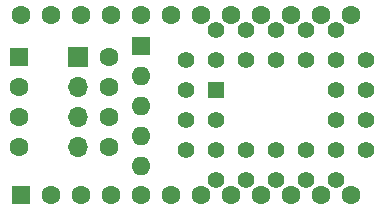
<source format=gbr>
G04 #@! TF.GenerationSoftware,KiCad,Pcbnew,9.0.0*
G04 #@! TF.CreationDate,2025-08-10T20:52:22-04:00*
G04 #@! TF.ProjectId,CBM-2332-MultiROM,43424d2d-3233-4333-922d-4d756c746952,rev?*
G04 #@! TF.SameCoordinates,Original*
G04 #@! TF.FileFunction,Soldermask,Bot*
G04 #@! TF.FilePolarity,Negative*
%FSLAX46Y46*%
G04 Gerber Fmt 4.6, Leading zero omitted, Abs format (unit mm)*
G04 Created by KiCad (PCBNEW 9.0.0) date 2025-08-10 20:52:22*
%MOMM*%
%LPD*%
G01*
G04 APERTURE LIST*
G04 Aperture macros list*
%AMRoundRect*
0 Rectangle with rounded corners*
0 $1 Rounding radius*
0 $2 $3 $4 $5 $6 $7 $8 $9 X,Y pos of 4 corners*
0 Add a 4 corners polygon primitive as box body*
4,1,4,$2,$3,$4,$5,$6,$7,$8,$9,$2,$3,0*
0 Add four circle primitives for the rounded corners*
1,1,$1+$1,$2,$3*
1,1,$1+$1,$4,$5*
1,1,$1+$1,$6,$7*
1,1,$1+$1,$8,$9*
0 Add four rect primitives between the rounded corners*
20,1,$1+$1,$2,$3,$4,$5,0*
20,1,$1+$1,$4,$5,$6,$7,0*
20,1,$1+$1,$6,$7,$8,$9,0*
20,1,$1+$1,$8,$9,$2,$3,0*%
G04 Aperture macros list end*
%ADD10C,1.422400*%
%ADD11R,1.422400X1.422400*%
%ADD12RoundRect,0.250000X-0.550000X-0.550000X0.550000X-0.550000X0.550000X0.550000X-0.550000X0.550000X0*%
%ADD13C,1.600000*%
%ADD14RoundRect,0.250000X0.550000X-0.550000X0.550000X0.550000X-0.550000X0.550000X-0.550000X-0.550000X0*%
%ADD15R,1.600000X1.600000*%
%ADD16O,1.600000X1.600000*%
%ADD17R,1.700000X1.700000*%
%ADD18O,1.700000X1.700000*%
G04 APERTURE END LIST*
D10*
X128574801Y-86309200D03*
X131114801Y-83769200D03*
X128574801Y-83769200D03*
X131114801Y-81229201D03*
X133654801Y-83769200D03*
X133654801Y-81229200D03*
X136194801Y-83769200D03*
X136194801Y-81229200D03*
X138734801Y-83769200D03*
X138734801Y-81229200D03*
X141274801Y-83769200D03*
X141274800Y-81229200D03*
X143814801Y-83769200D03*
X141274801Y-86309200D03*
X143814801Y-86309200D03*
X141274801Y-88849200D03*
X143814801Y-88849200D03*
X141274800Y-91389200D03*
X143814802Y-91389200D03*
X141274801Y-93929200D03*
X138734801Y-91389200D03*
X138734801Y-93929200D03*
X136194801Y-91389200D03*
X136194801Y-93929200D03*
X133654801Y-91389200D03*
X133654801Y-93929200D03*
X131114801Y-91389199D03*
X131114801Y-93929200D03*
X128574801Y-91389200D03*
X131114801Y-88849200D03*
X128574801Y-88849200D03*
D11*
X131114801Y-86309200D03*
D12*
X114401600Y-83566000D03*
D13*
X114401600Y-86106000D03*
X114401600Y-88646000D03*
X114401600Y-91186000D03*
X122021600Y-91186000D03*
X122021600Y-88646000D03*
X122021600Y-86106000D03*
X122021600Y-83566000D03*
D14*
X114585750Y-95192850D03*
D13*
X117125750Y-95192850D03*
X119665750Y-95192850D03*
X122205750Y-95192850D03*
X124745750Y-95192850D03*
X127285750Y-95192850D03*
X129825750Y-95192850D03*
X132365750Y-95192850D03*
X134905750Y-95192850D03*
X137445750Y-95192850D03*
X139985750Y-95192850D03*
X142525750Y-95192850D03*
X142525750Y-79952850D03*
X139985750Y-79952850D03*
X137445750Y-79952850D03*
X134905750Y-79952850D03*
X132365750Y-79952850D03*
X129825750Y-79952850D03*
X127285750Y-79952850D03*
X124745750Y-79952850D03*
X122205750Y-79952850D03*
X119665750Y-79952850D03*
X117125750Y-79952850D03*
X114585750Y-79952850D03*
D15*
X124764800Y-82651600D03*
D16*
X124764800Y-85191600D03*
X124764800Y-87731600D03*
X124764800Y-90271600D03*
X124764800Y-92811600D03*
D17*
X119430800Y-83566000D03*
D18*
X119430800Y-86106000D03*
X119430800Y-88646000D03*
X119430800Y-91186000D03*
M02*

</source>
